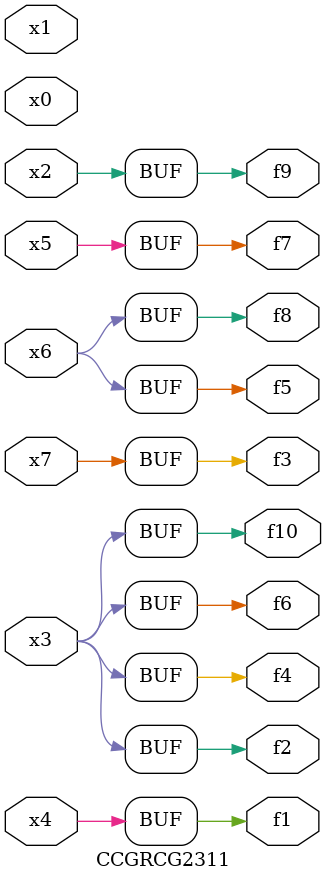
<source format=v>
module CCGRCG2311(
	input x0, x1, x2, x3, x4, x5, x6, x7,
	output f1, f2, f3, f4, f5, f6, f7, f8, f9, f10
);
	assign f1 = x4;
	assign f2 = x3;
	assign f3 = x7;
	assign f4 = x3;
	assign f5 = x6;
	assign f6 = x3;
	assign f7 = x5;
	assign f8 = x6;
	assign f9 = x2;
	assign f10 = x3;
endmodule

</source>
